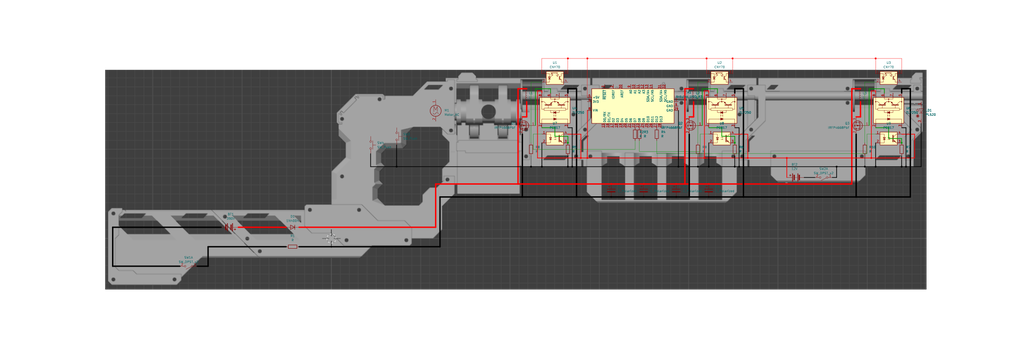
<source format=kicad_sch>
(kicad_sch (version 20231120) (generator "eeschema") (generator_version "8.0")
  (paper "User" 600 200)
  (title_block (date "mar. 31 mars 2015"))
  (lib_symbols
    (symbol "Device:Battery" (pin_numbers hide) (pin_names (offset 0) hide)
      (property "Reference" "BT" (at 2.54 2.54 0))
      (property "Value" "Battery" (at 2.54 0 0))
      (symbol "Battery_0_1"
        (rectangle (start -2.286 -1.27) (end 2.286 -1.524) (fill (type outline)))
        (rectangle (start -2.286 1.778) (end 2.286 1.524) (fill (type outline)))
        (rectangle (start -1.524 -2.032) (end 1.524 -2.54) (fill (type outline)))
        (rectangle (start -1.524 1.016) (end 1.524 0.508) (fill (type outline)))
        (polyline (pts (xy 0 -1.016) (xy 0 -0.762)))
        (polyline (pts (xy 0 -0.508) (xy 0 -0.254)))
        (polyline (pts (xy 0 0) (xy 0 0.254)))
        (polyline (pts (xy 0 1.778) (xy 0 2.54)))
        (polyline (pts (xy 0.762 3.048) (xy 1.778 3.048)) (stroke (width 0.254)))
        (polyline (pts (xy 1.27 3.556) (xy 1.27 2.54)) (stroke (width 0.254)))
      )
      (symbol "Battery_1_1"
        (pin passive line (at 0 5.08 270) (length 2.54) (name "+") (number "1"))
        (pin passive line (at 0 -5.08 90) (length 2.54) (name "-") (number "2"))
      )
    )
    (symbol "Device:C_Polarized" (pin_numbers hide) (pin_names (offset 0.254))
      (property "Reference" "C" (at 0.635 2.54 0))
      (property "Value" "C_Polarized" (at 0.635 -2.54 0))
      (symbol "C_Polarized_0_1"
        (rectangle (start -2.286 0.508) (end 2.286 1.016))
        (polyline (pts (xy -1.778 2.286) (xy -0.762 2.286)))
        (polyline (pts (xy -1.27 2.794) (xy -1.27 1.778)))
        (rectangle (start 2.286 -0.508) (end -2.286 -1.016) (fill (type outline)))
      )
      (symbol "C_Polarized_1_1"
        (pin passive line (at 0 3.81 270) (length 2.794) (name "~") (number "1"))
        (pin passive line (at 0 -3.81 90) (length 2.794) (name "~") (number "2"))
      )
    )
    (symbol "Device:L" (pin_numbers hide) (pin_names (offset 1.016) hide)
      (property "Reference" "L" (at -1.27 0 90))
      (property "Value" "L" (at 1.905 0 90))
      (symbol "L_0_1"
        (arc (start 0 -2.54) (mid 0.6323 -1.905) (end 0 -1.27))
        (arc (start 0 -1.27) (mid 0.6323 -0.635) (end 0 0))
        (arc (start 0 0) (mid 0.6323 0.635) (end 0 1.27))
        (arc (start 0 1.27) (mid 0.6323 1.905) (end 0 2.54))
      )
      (symbol "L_1_1"
        (pin passive line (at 0 3.81 270) (length 1.27) (name "1") (number "1"))
        (pin passive line (at 0 -3.81 90) (length 1.27) (name "2") (number "2"))
      )
    )
    (symbol "Device:R" (pin_numbers hide) (pin_names (offset 0))
      (property "Reference" "R" (at 2.032 0 90))
      (property "Value" "R" (at 0 0 90))
      (symbol "R_0_1"
        (rectangle (start -1.016 -2.54) (end 1.016 2.54) (stroke (width 0.254)))
      )
      (symbol "R_1_1"
        (pin passive line (at 0 3.81 270) (length 1.27) (name "~") (number "1"))
        (pin passive line (at 0 -3.81 90) (length 1.27) (name "~") (number "2"))
      )
    )
    (symbol "Diode:1N4004" (pin_numbers hide) (pin_names hide)
      (property "Reference" "D" (at 0 2.54 0))
      (property "Value" "1N4004" (at 0 -2.54 0))
      (symbol "1N4004_0_1"
        (polyline (pts (xy -1.27 1.27) (xy -1.27 -1.27)) (stroke (width 0.254)))
        (polyline (pts (xy 1.27 0) (xy -1.27 0)))
        (polyline (pts (xy 1.27 1.27) (xy 1.27 -1.27) (xy -1.27 0) (xy 1.27 1.27)) (stroke (width 0.254)))
      )
      (symbol "1N4004_1_1"
        (pin passive line (at -3.81 0 0) (length 2.54) (name "K") (number "1"))
        (pin passive line (at 3.81 0 180) (length 2.54) (name "A") (number "2"))
      )
    )
    (symbol "Diode_Laser:PL520" (pin_names (offset 1.016) hide)
      (property "Reference" "LD" (at -1.27 4.445 0))
      (property "Value" "PL520" (at -1.27 -2.54 0))
      (symbol "PL520_0_1"
        (polyline (pts (xy -4.064 1.27) (xy -2.54 2.794)))
        (polyline (pts (xy -4.064 1.778) (xy -2.54 2.286)))
        (polyline (pts (xy -4.064 2.286) (xy -2.54 1.778)))
        (polyline (pts (xy -4.064 2.794) (xy -2.54 1.27)))
        (polyline (pts (xy -3.556 2.794) (xy -3.048 1.27)))
        (polyline (pts (xy -3.302 2.032) (xy -3.302 1.016)))
        (polyline (pts (xy -3.302 2.032) (xy -3.302 3.048)))
        (polyline (pts (xy -3.048 2.794) (xy -3.556 1.27)))
        (polyline (pts (xy -1.778 2.032) (xy -4.318 2.032)))
        (polyline (pts (xy -1.524 1.27) (xy -1.524 -1.27)) (stroke (width 0.1524)))
        (polyline (pts (xy 2.54 0) (xy -5.08 0)))
        (polyline (pts (xy -0.254 1.524) (xy -0.762 2.54) (xy -0.4717 2.4339) (xy -0.762 2.54) (xy -0.8485 2.2301)))
        (polyline (pts (xy 0.5442 1.9119) (xy 0.0362 2.9279) (xy 0.3265 2.8218) (xy 0.0362 2.9279) (xy -0.0503 2.618)))
      )
      (symbol "PL520_1_1"
        (polyline (pts (xy 1.0782 2.1762) (xy -0.762 1.27) (xy -0.762 1.27)))
        (polyline (pts (xy 1.016 -1.27) (xy 1.016 1.27) (xy -1.524 0) (xy 1.016 -1.27)))
        (pin passive line (at 5.08 0 180) (length 2.54) (name "A") (number "1"))
        (pin no_connect line (at -1.27 0 0) (length 2.54) hide (name "NC") (number "2"))
        (pin passive line (at -7.62 0 0) (length 2.54) (name "C") (number "3"))
      )
    )
    (symbol "Driver_FET:TLP250" (pin_names hide)
      (property "Reference" "U" (at 0 12.7 0))
      (property "Value" "TLP250" (at 0 10.16 0))
      (symbol "TLP250_0_1"
        (rectangle (start -7.62 8.89) (end 7.62 -8.89) (stroke (width 0.254)) (fill (type background)))
        (polyline (pts (xy -5.715 -0.635) (xy -4.445 -0.635)) (stroke (width 0.254)))
        (polyline (pts (xy -0.635 0.635) (xy -1.905 0.635)) (stroke (width 0.254)))
        (polyline (pts (xy 3.048 -3.81) (xy 1.27 -3.81)))
        (polyline (pts (xy 3.048 3.81) (xy 1.27 3.81)))
        (polyline (pts (xy 3.175 -4.445) (xy 5.08 -6.35)))
        (polyline (pts (xy 3.175 4.445) (xy 5.08 6.35)))
        (polyline (pts (xy 5.08 -6.35) (xy 5.08 -7.62)))
        (polyline (pts (xy 5.08 -1.27) (xy 3.175 -3.175)) (fill (type outline)))
        (polyline (pts (xy 5.08 0) (xy 6.604 0)))
        (polyline (pts (xy 5.08 1.27) (xy 3.175 3.175)) (fill (type outline)))
        (polyline (pts (xy 5.08 6.35) (xy 5.08 7.62)))
        (polyline (pts (xy 7.62 7.62) (xy 0.635 7.62)))
        (polyline (pts (xy -1.27 -0.635) (xy -1.27 -2.54) (xy 0 -2.54)))
        (polyline (pts (xy -1.27 0.635) (xy -1.27 2.54) (xy 0 2.54)))
        (polyline (pts (xy 0.635 -6.35) (xy 0.635 -7.62) (xy 7.62 -7.62)))
        (polyline (pts (xy 3.175 -5.715) (xy 3.175 -1.905) (xy 3.175 -1.905)) (stroke (width 0.508)))
        (polyline (pts (xy 3.175 5.715) (xy 3.175 1.905) (xy 3.175 1.905)) (stroke (width 0.508)))
        (polyline (pts (xy -7.62 7.62) (xy -5.08 7.62) (xy -5.08 -7.62) (xy -7.62 -7.62)))
        (polyline (pts (xy -5.08 -0.635) (xy -5.715 0.635) (xy -4.445 0.635) (xy -5.08 -0.635)) (stroke (width 0.254)) (fill (type outline)))
        (polyline (pts (xy -1.27 0.635) (xy -0.635 -0.635) (xy -1.905 -0.635) (xy -1.27 0.635)) (stroke (width 0.254)) (fill (type outline)))
        (polyline (pts (xy 7.62 2.54) (xy 6.604 2.54) (xy 6.604 -2.54) (xy 7.62 -2.54)))
        (polyline (pts (xy -3.81 -0.508) (xy -2.54 -0.508) (xy -2.921 -0.635) (xy -2.921 -0.381) (xy -2.54 -0.508)))
        (polyline (pts (xy -3.81 0.508) (xy -2.54 0.508) (xy -2.921 0.381) (xy -2.921 0.635) (xy -2.54 0.508)))
        (polyline (pts (xy 1.27 6.35) (xy 1.27 -6.35) (xy 0 -6.35) (xy 0 6.35) (xy 1.27 6.35)))
        (polyline (pts (xy 3.683 2.159) (xy 4.191 2.667) (xy 4.699 1.651) (xy 3.683 2.159) (xy 3.683 2.159)) (fill (type outline)))
        (polyline (pts (xy 4.953 -1.905) (xy 4.445 -1.397) (xy 3.937 -2.413) (xy 4.953 -1.905) (xy 4.953 -1.905)) (fill (type outline)))
        (rectangle (start 0.635 6.35) (end 0.635 6.35))
        (rectangle (start 0.635 6.35) (end 0.635 7.62))
        (circle (center 5.08 -7.62) (radius 0.254) (fill (type outline)))
        (circle (center 5.08 0) (radius 0.254) (fill (type outline)))
        (rectangle (start 5.08 1.27) (end 5.08 -1.27))
        (circle (center 5.08 7.62) (radius 0.254) (fill (type outline)))
        (circle (center 6.604 0) (radius 0.254) (fill (type outline)))
      )
      (symbol "TLP250_1_1"
        (pin no_connect line (at -7.62 2.54 0) (length 2.54) hide (name "NC") (number "1"))
        (pin passive line (at -10.16 7.62 0) (length 2.54) (name "A") (number "2"))
        (pin passive line (at -10.16 -7.62 0) (length 2.54) (name "C") (number "3"))
        (pin no_connect line (at -7.62 -2.54 0) (length 2.54) hide (name "NC") (number "4"))
        (pin power_in line (at 10.16 -7.62 180) (length 2.54) (name "VEE") (number "5"))
        (pin output line (at 10.16 2.54 180) (length 2.54) (name "VO") (number "6"))
        (pin output line (at 10.16 -2.54 180) (length 2.54) (name "VO") (number "7"))
        (pin power_in line (at 10.16 7.62 180) (length 2.54) (name "VCC") (number "8"))
      )
    )
    (symbol "Isolator:PC817" (pin_names (offset 1.016))
      (property "Reference" "U" (at -5.08 5.08 0))
      (property "Value" "PC817" (at 0 5.08 0))
      (symbol "PC817_0_1"
        (rectangle (start -5.08 3.81) (end 5.08 -3.81) (stroke (width 0.254)) (fill (type background)))
        (polyline (pts (xy -3.175 -0.635) (xy -1.905 -0.635)) (stroke (width 0.254)))
        (polyline (pts (xy 2.54 0.635) (xy 4.445 2.54)))
        (polyline (pts (xy 4.445 -2.54) (xy 2.54 -0.635)) (fill (type outline)))
        (polyline (pts (xy 4.445 -2.54) (xy 5.08 -2.54)))
        (polyline (pts (xy 4.445 2.54) (xy 5.08 2.54)))
        (polyline (pts (xy -5.08 2.54) (xy -2.54 2.54) (xy -2.54 -0.635)))
        (polyline (pts (xy -2.54 -0.635) (xy -2.54 -2.54) (xy -5.08 -2.54)))
        (polyline (pts (xy 2.54 1.905) (xy 2.54 -1.905) (xy 2.54 -1.905)) (stroke (width 0.508)))
        (polyline (pts (xy -2.54 -0.635) (xy -3.175 0.635) (xy -1.905 0.635) (xy -2.54 -0.635)) (stroke (width 0.254)))
        (polyline (pts (xy -0.508 -0.508) (xy 0.762 -0.508) (xy 0.381 -0.635) (xy 0.381 -0.381) (xy 0.762 -0.508)))
        (polyline (pts (xy -0.508 0.508) (xy 0.762 0.508) (xy 0.381 0.381) (xy 0.381 0.635) (xy 0.762 0.508)))
        (polyline (pts (xy 3.048 -1.651) (xy 3.556 -1.143) (xy 4.064 -2.159) (xy 3.048 -1.651) (xy 3.048 -1.651)) (fill (type outline)))
      )
      (symbol "PC817_1_1"
        (pin passive line (at -7.62 2.54 0) (length 2.54) (name "~") (number "1"))
        (pin passive line (at -7.62 -2.54 0) (length 2.54) (name "~") (number "2"))
        (pin passive line (at 7.62 -2.54 180) (length 2.54) (name "~") (number "3"))
        (pin passive line (at 7.62 2.54 180) (length 2.54) (name "~") (number "4"))
      )
    )
    (symbol "MCU_Module:Arduino_UNO_R3"
      (property "Reference" "A" (at -10.16 23.495 0))
      (property "Value" "Arduino_UNO_R3" (at 5.08 -26.67 0))
      (symbol "Arduino_UNO_R3_0_1"
        (rectangle (start -10.16 22.86) (end 10.16 -25.4) (stroke (width 0.254)) (fill (type background)))
      )
      (symbol "Arduino_UNO_R3_1_1"
        (pin no_connect line (at -10.16 -20.32 0) (length 2.54) hide (name "NC") (number "1"))
        (pin bidirectional line (at 12.7 -2.54 180) (length 2.54) (name "A1") (number "10"))
        (pin bidirectional line (at 12.7 -5.08 180) (length 2.54) (name "A2") (number "11"))
        (pin bidirectional line (at 12.7 -7.62 180) (length 2.54) (name "A3") (number "12"))
        (pin bidirectional line (at 12.7 -10.16 180) (length 2.54) (name "SDA/A4") (number "13"))
        (pin bidirectional line (at 12.7 -12.7 180) (length 2.54) (name "SCL/A5") (number "14"))
        (pin bidirectional line (at -12.7 15.24 0) (length 2.54) (name "D0/RX") (number "15"))
        (pin bidirectional line (at -12.7 12.7 0) (length 2.54) (name "D1/TX") (number "16"))
        (pin bidirectional line (at -12.7 10.16 0) (length 2.54) (name "D2") (number "17"))
        (pin bidirectional line (at -12.7 7.62 0) (length 2.54) (name "D3") (number "18"))
        (pin bidirectional line (at -12.7 5.08 0) (length 2.54) (name "D4") (number "19"))
        (pin output line (at 12.7 10.16 180) (length 2.54) (name "IOREF") (number "2"))
        (pin bidirectional line (at -12.7 2.54 0) (length 2.54) (name "D5") (number "20"))
        (pin bidirectional line (at -12.7 0 0) (length 2.54) (name "D6") (number "21"))
        (pin bidirectional line (at -12.7 -2.54 0) (length 2.54) (name "D7") (number "22"))
        (pin bidirectional line (at -12.7 -5.08 0) (length 2.54) (name "D8") (number "23"))
        (pin bidirectional line (at -12.7 -7.62 0) (length 2.54) (name "D9") (number "24"))
        (pin bidirectional line (at -12.7 -10.16 0) (length 2.54) (name "D10") (number "25"))
        (pin bidirectional line (at -12.7 -12.7 0) (length 2.54) (name "D11") (number "26"))
        (pin bidirectional line (at -12.7 -15.24 0) (length 2.54) (name "D12") (number "27"))
        (pin bidirectional line (at -12.7 -17.78 0) (length 2.54) (name "D13") (number "28"))
        (pin power_in line (at -2.54 -27.94 90) (length 2.54) (name "GND") (number "29"))
        (pin input line (at 12.7 15.24 180) (length 2.54) (name "~{RESET}") (number "3"))
        (pin input line (at 12.7 5.08 180) (length 2.54) (name "AREF") (number "30"))
        (pin bidirectional line (at 12.7 -17.78 180) (length 2.54) (name "SDA/A4") (number "31"))
        (pin bidirectional line (at 12.7 -20.32 180) (length 2.54) (name "SCL/A5") (number "32"))
        (pin power_out line (at 2.54 25.4 270) (length 2.54) (name "3V3") (number "4"))
        (pin power_out line (at 5.08 25.4 270) (length 2.54) (name "+5V") (number "5"))
        (pin power_in line (at 0 -27.94 90) (length 2.54) (name "GND") (number "6"))
        (pin power_in line (at 2.54 -27.94 90) (length 2.54) (name "GND") (number "7"))
        (pin power_in line (at -2.54 25.4 270) (length 2.54) (name "VIN") (number "8"))
        (pin bidirectional line (at 12.7 0 180) (length 2.54) (name "A0") (number "9"))
      )
    )
    (symbol "Motor:Motor_AC" (pin_names (offset 0))
      (property "Reference" "M" (at 2.54 2.54 0))
      (property "Value" "Motor_AC" (at 2.54 -5.08 0))
      (symbol "Motor_AC_0_0"
        (arc (start -1.524 -2.794) (mid -0.8654 -3.5217) (end 0 -3.048))
        (polyline (pts (xy -1.016 -2.032) (xy -1.016 1.016) (xy 0 -1.016) (xy 1.016 1.016) (xy 1.016 -2.032)))
        (arc (start 1.524 -3.302) (mid 0.85 -2.5503) (end 0 -3.048))
      )
      (symbol "Motor_AC_0_1"
        (circle (center 0 -1.524) (radius 3.2512) (stroke (width 0.254)))
        (polyline (pts (xy 0 -7.62) (xy 0 -7.112)))
        (polyline (pts (xy 0 -4.7752) (xy 0 -5.1816)))
        (polyline (pts (xy 0 1.7272) (xy 0 2.0828)))
        (polyline (pts (xy 0 2.032) (xy 0 2.54)))
      )
      (symbol "Motor_AC_1_1"
        (pin passive line (at 0 5.08 270) (length 2.54) (name "~") (number "1"))
        (pin passive line (at 0 -7.62 90) (length 2.54) (name "~") (number "2"))
      )
    )
    (symbol "Sensor_Proximity:CNY70" (pin_names (offset 1.016) hide)
      (property "Reference" "U" (at -5.08 5.08 0))
      (property "Value" "CNY70" (at 5.08 5.08 0))
      (symbol "CNY70_0_1"
        (polyline (pts (xy -3.81 -0.635) (xy -2.54 -0.635)) (stroke (width 0.254)))
        (polyline (pts (xy -2.286 2.921) (xy -2.032 3.175)))
        (polyline (pts (xy -1.778 2.921) (xy -1.524 3.175)))
        (polyline (pts (xy -1.524 2.667) (xy -1.651 2.159)))
        (polyline (pts (xy -1.27 2.921) (xy -1.016 3.175)))
        (polyline (pts (xy -1.143 1.905) (xy -1.27 1.397)))
        (polyline (pts (xy -0.762 2.921) (xy -0.508 3.175)))
        (polyline (pts (xy -0.254 2.921) (xy 0 3.175)))
        (polyline (pts (xy 0.254 2.921) (xy 0.508 3.175)))
        (polyline (pts (xy 0.762 2.921) (xy 1.016 3.175)))
        (polyline (pts (xy 1.27 2.921) (xy 1.524 3.175)))
        (polyline (pts (xy 1.651 0.889) (xy 1.143 1.016)))
        (polyline (pts (xy 1.778 2.921) (xy -2.413 2.921)))
        (polyline (pts (xy 2.032 1.651) (xy 1.524 1.778)))
        (polyline (pts (xy 2.667 -0.127) (xy 3.81 -1.27)))
        (polyline (pts (xy 2.667 0.127) (xy 3.81 1.27)))
        (polyline (pts (xy -2.54 1.651) (xy -1.524 2.667) (xy -2.032 2.54)))
        (polyline (pts (xy -2.159 0.889) (xy -1.143 1.905) (xy -1.651 1.778)))
        (polyline (pts (xy 0.635 1.905) (xy 1.651 0.889) (xy 1.524 1.397)))
        (polyline (pts (xy 1.016 2.667) (xy 2.032 1.651) (xy 1.905 2.159)))
        (polyline (pts (xy 2.667 1.016) (xy 2.667 -1.016) (xy 2.667 -1.016)) (stroke (width 0.3556)))
        (polyline (pts (xy 3.81 -1.27) (xy 3.81 -2.54) (xy 5.08 -2.54)))
        (polyline (pts (xy 3.81 1.27) (xy 3.81 2.54) (xy 5.08 2.54)))
        (polyline (pts (xy -5.08 -2.54) (xy -3.175 -2.54) (xy -3.175 2.54) (xy -5.08 2.54)))
        (polyline (pts (xy -3.175 -0.635) (xy -3.81 0.635) (xy -2.54 0.635) (xy -3.175 -0.635)) (stroke (width 0.254)))
        (polyline (pts (xy 3.683 -1.143) (xy 3.429 -0.635) (xy 3.175 -0.889) (xy 3.683 -1.143)))
        (polyline (pts (xy -5.08 -3.81) (xy 5.08 -3.81) (xy 5.08 3.81) (xy -5.08 3.81) (xy -5.08 -3.81)) (stroke (width 0.254)) (fill (type background)))
      )
      (symbol "CNY70_1_1"
        (pin passive line (at -7.62 2.54 0) (length 2.54) (name "A") (number "1"))
        (pin passive line (at -7.62 -2.54 0) (length 2.54) (name "K") (number "2"))
        (pin open_collector line (at 7.62 2.54 180) (length 2.54) (name "C") (number "3"))
        (pin open_emitter line (at 7.62 -2.54 180) (length 2.54) (name "E") (number "4"))
      )
    )
    (symbol "Switch:SW_DPST_x2" (pin_names (offset 0) hide)
      (property "Reference" "SW" (at 0 3.175 0))
      (property "Value" "SW_DPST_x2" (at 0 -2.54 0))
      (symbol "SW_DPST_x2_0_0"
        (circle (center -2.032 0) (radius 0.508))
        (polyline (pts (xy -1.524 0.254) (xy 1.524 1.778)))
        (circle (center 2.032 0) (radius 0.508))
      )
      (symbol "SW_DPST_x2_1_1"
        (pin passive line (at -5.08 0 0) (length 2.54) (name "A") (number "1"))
        (pin passive line (at 5.08 0 180) (length 2.54) (name "B") (number "2"))
      )
      (symbol "SW_DPST_x2_2_1"
        (pin passive line (at -5.08 0 0) (length 2.54) (name "A") (number "3"))
        (pin passive line (at 5.08 0 180) (length 2.54) (name "B") (number "4"))
      )
    )
    (symbol "Switch:SW_Push" (pin_numbers hide) (pin_names (offset 1.016) hide)
      (property "Reference" "SW" (at 1.27 2.54 0))
      (property "Value" "SW_Push" (at 0 -1.524 0))
      (symbol "SW_Push_0_1"
        (circle (center -2.032 0) (radius 0.508))
        (polyline (pts (xy 0 1.27) (xy 0 3.048)))
        (polyline (pts (xy 2.54 1.27) (xy -2.54 1.27)))
        (circle (center 2.032 0) (radius 0.508))
        (pin passive line (at -5.08 0 0) (length 2.54) (name "1") (number "1"))
        (pin passive line (at 5.08 0 180) (length 2.54) (name "2") (number "2"))
      )
    )
    (symbol "Transistor_FET:IRFP4668PbF" (pin_names hide)
      (property "Reference" "Q" (at 5.08 1.905 0))
      (property "Value" "IRFP4668PbF" (at 5.08 0 0))
      (symbol "IRFP4668PbF_0_1"
        (polyline (pts (xy 0.254 0) (xy -2.54 0)))
        (polyline (pts (xy 0.254 1.905) (xy 0.254 -1.905)) (stroke (width 0.254)))
        (polyline (pts (xy 0.762 -1.27) (xy 0.762 -2.286)) (stroke (width 0.254)))
        (polyline (pts (xy 0.762 0.508) (xy 0.762 -0.508)) (stroke (width 0.254)))
        (polyline (pts (xy 0.762 2.286) (xy 0.762 1.27)) (stroke (width 0.254)))
        (polyline (pts (xy 2.54 2.54) (xy 2.54 1.778)))
        (polyline (pts (xy 2.54 -2.54) (xy 2.54 0) (xy 0.762 0)))
        (polyline (pts (xy 0.762 -1.778) (xy 3.302 -1.778) (xy 3.302 1.778) (xy 0.762 1.778)))
        (polyline (pts (xy 1.016 0) (xy 2.032 0.381) (xy 2.032 -0.381) (xy 1.016 0)) (fill (type outline)))
        (polyline (pts (xy 2.794 0.508) (xy 2.921 0.381) (xy 3.683 0.381) (xy 3.81 0.254)))
        (polyline (pts (xy 3.302 0.381) (xy 2.921 -0.254) (xy 3.683 -0.254) (xy 3.302 0.381)))
        (circle (center 1.651 0) (radius 2.794) (stroke (width 0.254)))
        (circle (center 2.54 -1.778) (radius 0.254) (fill (type outline)))
        (circle (center 2.54 1.778) (radius 0.254) (fill (type outline)))
      )
      (symbol "IRFP4668PbF_1_1"
        (pin input line (at -5.08 0 0) (length 2.54) (name "G") (number "1"))
        (pin passive line (at 2.54 5.08 270) (length 2.54) (name "D") (number "2"))
        (pin passive line (at 2.54 -5.08 90) (length 2.54) (name "S") (number "3"))
      )
    )
  )
  (junction (at 510.54 92.71) (color 255 0 0 1))
  (junction (at 397.51 97.79) (color 0 0 0 1))
  (junction (at 344.17 34.29) (color 255 0 0 1))
  (junction (at 528.32 97.79) (color 0 0 0 1))
  (junction (at 433.07 97.79) (color 0 0 0 1))
  (junction (at 528.32 83.82))
  (junction (at 415.29 107.95) (color 255 0 0 1))
  (junction (at 513.08 97.79) (color 0 0 0 1))
  (junction (at 340.36 92.71) (color 255 0 0 1))
  (junction (at 306.07 115.57) (color 0 0 0 1))
  (junction (at 415.29 97.79) (color 0 0 0 1))
  (junction (at 490.22 97.79) (color 0 0 0 1))
  (junction (at 438.15 92.71) (color 255 0 0 1))
  (junction (at 501.65 115.57) (color 0 0 0 1))
  (junction (at 430.53 83.82))
  (junction (at 337.82 115.57) (color 0 0 0 1))
  (junction (at 232.41 97.79) (color 0 0 0 1))
  (junction (at 408.94 97.79) (color 0 0 0 1))
  (junction (at 461.01 92.71) (color 255 0 0 1))
  (junction (at 403.86 115.57) (color 0 0 0 1))
  (junction (at 513.08 34.29) (color 255 0 0 1))
  (junction (at 317.5 97.79) (color 0 0 0 1))
  (junction (at 429.26 34.29) (color 255 0 0 1))
  (junction (at 435.61 115.57) (color 0 0 0 1))
  (junction (at 414.02 34.29) (color 255 0 0 1))
  (junction (at 430.53 97.79) (color 0 0 0 1))
  (junction (at 332.74 83.82))
  (junction (at 530.86 97.79) (color 0 0 0 1))
  (junction (at 332.74 97.79) (color 0 0 0 1))
  (junction (at 396.24 115.57) (color 0 0 0 1))
  (junction (at 401.32 107.95) (color 255 0 0 1))
  (junction (at 344.17 92.71) (color 255 0 0 1))
  (junction (at 303.53 107.95) (color 255 0 0 1))
  (junction (at 332.74 34.29) (color 255 0 0 1))
  (junction (at 396.24 107.95) (color 255 0 0 1))
  (junction (at 377.19 107.95) (color 255 0 0 1))
  (junction (at 335.28 97.79) (color 0 0 0 1))
  (junction (at 377.19 115.57) (color 0 0 0 1))
  (junction (at 358.14 115.57) (color 0 0 0 1))
  (junction (at 415.29 115.57) (color 0 0 0 1))
  (junction (at 358.14 107.95) (color 255 0 0 1))
  (junction (at 412.75 92.71) (color 255 0 0 1))
  (junction (at 506.73 97.79) (color 0 0 0 1))
  (junction (at 311.15 97.79) (color 0 0 0 1))
  (wire (pts (xy 528.32 74.93) (xy 530.86 74.93)) (stroke (width 0.4) (color 0 0 0 1)))
  (wire (pts (xy 255.27 133.35) (xy 255.27 107.95)) (stroke (width 0.8) (color 255 0 0 1)))
  (wire (pts (xy 506.73 48.26) (xy 513.08 48.26)))
  (wire (pts (xy 422.91 74.93) (xy 415.29 74.93)) (stroke (width 0.4)))
  (wire (pts (xy 317.5 54.61) (xy 317.5 53.34)) (stroke (width 0.4) (color 255 0 0 1)))
  (wire (pts (xy 374.65 88.9) (xy 410.21 88.9)))
  (wire (pts (xy 410.21 78.74) (xy 410.21 88.9)))
  (wire (pts (xy 415.29 107.95) (xy 499.11 107.95)) (stroke (width 0.8) (color 255 0 0 1)))
  (wire (pts (xy 412.75 92.71) (xy 438.15 92.71)) (stroke (width 0.4) (color 255 0 0 1)))
  (wire (pts (xy 332.74 91.44) (xy 332.74 97.79)) (stroke (width 0.4) (color 0 0 0 1)))
  (wire (pts (xy 217.17 97.79) (xy 217.17 90.17)) (stroke (width 0.4) (color 0 0 0 1)))
  (wire (pts (xy 504.19 52.07) (xy 499.11 52.07)) (stroke (width 0.8) (color 255 0 0 1)))
  (wire (pts (xy 306.07 115.57) (xy 337.82 115.57)) (stroke (width 0.8) (color 0 0 0 1)))
  (wire (pts (xy 403.86 115.57) (xy 415.29 115.57)) (stroke (width 0.8) (color 0 0 0 1)))
  (wire (pts (xy 397.51 64.77) (xy 397.51 97.79)) (stroke (width 0.4) (color 0 0 0 1)))
  (wire (pts (xy 308.61 59.69) (xy 308.61 68.58)) (stroke (width 0.8) (color 255 0 0 1)))
  (wire (pts (xy 408.94 48.26) (xy 414.02 48.26)))
  (wire (pts (xy 358.14 115.57) (xy 377.19 115.57)) (stroke (width 0.8) (color 0 0 0 1)))
  (wire (pts (xy 420.37 54.61) (xy 420.37 52.07)) (stroke (width 0.4)))
  (wire (pts (xy 332.74 34.29) (xy 317.5 34.29)) (stroke (width 0) (color 255 0 0 1)))
  (wire (pts (xy 317.5 97.79) (xy 311.15 97.79)) (stroke (width 0.4) (color 0 0 0 1)))
  (wire (pts (xy 518.16 52.07) (xy 509.27 52.07)) (stroke (width 0.4)))
  (wire (pts (xy 384.81 82.55) (xy 384.81 90.17)))
  (wire (pts (xy 344.17 34.29) (xy 332.74 34.29)) (stroke (width 0) (color 255 0 0 1)))
  (wire (pts (xy 490.22 97.79) (xy 506.73 97.79)) (stroke (width 0.4) (color 0 0 0 1)))
  (wire (pts (xy 317.5 97.79) (xy 317.5 83.82)) (stroke (width 0.4) (color 0 0 0 1)))
  (wire (pts (xy 501.65 68.58) (xy 504.19 68.58)) (stroke (width 0.8) (color 255 0 0 1)))
  (wire (pts (xy 415.29 83.82) (xy 415.29 97.79)) (stroke (width 0.4) (color 0 0 0 1)))
  (wire (pts (xy 533.4 52.07) (xy 533.4 115.57)) (stroke (width 0.8) (color 0 0 0 1)))
  (wire (pts (xy 397.51 97.79) (xy 408.94 97.79)) (stroke (width 0.4) (color 0 0 0 1)))
  (wire (pts (xy 257.81 144.78) (xy 257.81 115.57)) (stroke (width 0.8) (color 0 0 0 1)))
  (wire (pts (xy 340.36 92.71) (xy 344.17 92.71)) (stroke (width 0.4) (color 255 0 0 1)))
  (wire (pts (xy 314.96 92.71) (xy 340.36 92.71)) (stroke (width 0.4) (color 255 0 0 1)))
  (wire (pts (xy 506.73 97.79) (xy 513.08 97.79)) (stroke (width 0.4) (color 0 0 0 1)))
  (wire (pts (xy 535.94 92.71) (xy 535.94 78.74)) (stroke (width 0.4) (color 255 0 0 1)))
  (wire (pts (xy 401.32 107.95) (xy 415.29 107.95)) (stroke (width 0.8) (color 255 0 0 1)))
  (wire (pts (xy 415.29 115.57) (xy 435.61 115.57)) (stroke (width 0.8) (color 0 0 0 1)))
  (wire (pts (xy 377.19 115.57) (xy 396.24 115.57)) (stroke (width 0.8) (color 0 0 0 1)))
  (wire (pts (xy 374.65 82.55) (xy 374.65 88.9)))
  (wire (pts (xy 504.19 68.58) (xy 504.19 59.69)) (stroke (width 0.8) (color 255 0 0 1)))
  (wire (pts (xy 415.29 97.79) (xy 430.53 97.79)) (stroke (width 0.4) (color 0 0 0 1)))
  (wire (pts (xy 335.28 97.79) (xy 397.51 97.79)) (stroke (width 0.4) (color 0 0 0 1)))
  (wire (pts (xy 415.29 53.34) (xy 412.75 53.34)) (stroke (width 0.4) (color 255 0 0 1)))
  (wire (pts (xy 66.04 133.35) (xy 66.04 156.21)) (stroke (width 0.8) (color 0 0 0 1)))
  (wire (pts (xy 539.75 72.39) (xy 539.75 97.79)) (stroke (width 0.4) (color 0 0 0 1)))
  (wire (pts (xy 513.08 83.82) (xy 513.08 97.79)) (stroke (width 0.4) (color 0 0 0 1)))
  (wire (pts (xy 412.75 53.34) (xy 412.75 92.71)) (stroke (width 0.4) (color 255 0 0 1)))
  (wire (pts (xy 325.12 80.01) (xy 325.12 74.93)) (stroke (width 0.4)))
  (wire (pts (xy 408.94 83.82) (xy 408.94 48.26)))
  (wire (pts (xy 433.07 74.93) (xy 433.07 97.79)) (stroke (width 0.4) (color 0 0 0 1)))
  (wire (pts (xy 408.94 97.79) (xy 415.29 97.79)) (stroke (width 0.4) (color 0 0 0 1)))
  (wire (pts (xy 66.04 156.21) (xy 105.41 156.21)) (stroke (width 0.8) (color 0 0 0 1)))
  (wire (pts (xy 430.53 78.74) (xy 438.15 78.74)) (stroke (width 0.4) (color 255 0 0 1)))
  (wire (pts (xy 513.08 74.93) (xy 520.7 74.93)) (stroke (width 0.4)))
  (wire (pts (xy 430.53 52.07) (xy 435.61 52.07)) (stroke (width 0.8) (color 0 0 0 1)))
  (wire (pts (xy 372.11 87.63) (xy 372.11 82.55)))
  (wire (pts (xy 311.15 48.26) (xy 317.5 48.26)))
  (wire (pts (xy 414.02 34.29) (xy 429.26 34.29)) (stroke (width 0) (color 255 0 0 1)))
  (wire (pts (xy 513.08 97.79) (xy 528.32 97.79)) (stroke (width 0.4) (color 0 0 0 1)))
  (wire (pts (xy 501.65 78.74) (xy 501.65 115.57)) (stroke (width 0.8) (color 0 0 0 1)))
  (wire (pts (xy 508 78.74) (xy 513.08 78.74)))
  (wire (pts (xy 508 90.17) (xy 508 78.74)))
  (wire (pts (xy 530.86 97.79) (xy 539.75 97.79)) (stroke (width 0.4) (color 0 0 0 1)))
  (wire (pts (xy 499.11 52.07) (xy 499.11 107.95)) (stroke (width 0.8) (color 255 0 0 1)))
  (wire (pts (xy 490.22 97.79) (xy 490.22 104.14)) (stroke (width 0.4) (color 0 0 0 1)))
  (wire (pts (xy 325.12 74.93) (xy 317.5 74.93)) (stroke (width 0.4)))
  (wire (pts (xy 430.53 54.61) (xy 430.53 52.07)) (stroke (width 0.8) (color 0 0 0 1)))
  (wire (pts (xy 430.53 74.93) (xy 433.07 74.93)) (stroke (width 0.4) (color 0 0 0 1)))
  (wire (pts (xy 303.53 107.95) (xy 358.14 107.95)) (stroke (width 0.8) (color 255 0 0 1)))
  (wire (pts (xy 430.53 80.01) (xy 430.53 83.82)) (stroke (width 0.4)))
  (wire (pts (xy 377.19 107.95) (xy 396.24 107.95)) (stroke (width 0.8) (color 255 0 0 1)))
  (wire (pts (xy 406.4 68.58) (xy 403.86 68.58)) (stroke (width 0.8) (color 255 0 0 1)))
  (wire (pts (xy 513.08 54.61) (xy 513.08 53.34)) (stroke (width 0.4) (color 255 0 0 1)))
  (wire (pts (xy 518.16 54.61) (xy 518.16 52.07)) (stroke (width 0.4)))
  (wire (pts (xy 121.92 156.21) (xy 121.92 144.78)) (stroke (width 0.8) (color 0 0 0 1)))
  (wire (pts (xy 435.61 52.07) (xy 435.61 115.57)) (stroke (width 0.8) (color 0 0 0 1)))
  (wire (pts (xy 384.81 90.17) (xy 508 90.17)))
  (wire (pts (xy 257.81 115.57) (xy 306.07 115.57)) (stroke (width 0.8) (color 0 0 0 1)))
  (wire (pts (xy 461.01 92.71) (xy 510.54 92.71)) (stroke (width 0.4) (color 255 0 0 1)))
  (wire (pts (xy 332.74 83.82) (xy 332.74 80.01)) (stroke (width 0.4)))
  (wire (pts (xy 429.26 34.29) (xy 429.26 43.18)) (stroke (width 0) (color 255 0 0 1)))
  (wire (pts (xy 411.48 52.07) (xy 411.48 73.66)) (stroke (width 0.4)))
  (wire (pts (xy 332.74 80.01) (xy 325.12 80.01)) (stroke (width 0.4)))
  (wire (pts (xy 255.27 107.95) (xy 303.53 107.95)) (stroke (width 0.8) (color 255 0 0 1)))
  (wire (pts (xy 129.54 133.35) (xy 66.04 133.35)) (stroke (width 0.8) (color 0 0 0 1)))
  (wire (pts (xy 322.58 54.61) (xy 322.58 52.07)) (stroke (width 0.4)))
  (wire (pts (xy 461.01 92.71) (xy 461.01 104.14)) (stroke (width 0.4) (color 255 0 0 1)))
  (wire (pts (xy 510.54 92.71) (xy 535.94 92.71)) (stroke (width 0.4) (color 255 0 0 1)))
  (wire (pts (xy 420.37 52.07) (xy 411.48 52.07)) (stroke (width 0.4)))
  (wire (pts (xy 528.32 43.18) (xy 528.32 34.29)) (stroke (width 0) (color 255 0 0 1)))
  (wire (pts (xy 311.15 91.44) (xy 311.15 97.79)) (stroke (width 0) (color 0 0 0 1)))
  (wire (pts (xy 317.5 53.34) (xy 314.96 53.34)) (stroke (width 0.4) (color 255 0 0 1)))
  (wire (pts (xy 332.74 78.74) (xy 340.36 78.74)) (stroke (width 0.4) (color 255 0 0 1)))
  (wire (pts (xy 344.17 34.29) (xy 414.02 34.29)) (stroke (width 0) (color 255 0 0 1)))
  (wire (pts (xy 490.22 104.14) (xy 487.68 104.14)) (stroke (width 0.4) (color 0 0 0 1)))
  (wire (pts (xy 312.42 78.74) (xy 312.42 87.63)))
  (wire (pts (xy 317.5 97.79) (xy 332.74 97.79)) (stroke (width 0.4) (color 0 0 0 1)))
  (wire (pts (xy 308.61 52.07) (xy 303.53 52.07)) (stroke (width 0.8) (color 255 0 0 1)))
  (wire (pts (xy 232.41 97.79) (xy 217.17 97.79)) (stroke (width 0.4) (color 0 0 0 1)))
  (wire (pts (xy 337.82 115.57) (xy 358.14 115.57)) (stroke (width 0.8) (color 0 0 0 1)))
  (wire (pts (xy 332.74 74.93) (xy 335.28 74.93)) (stroke (width 0.4) (color 0 0 0 1)))
  (wire (pts (xy 303.53 52.07) (xy 303.53 107.95)) (stroke (width 0.8) (color 255 0 0 1)))
  (wire (pts (xy 513.08 53.34) (xy 510.54 53.34)) (stroke (width 0.4) (color 255 0 0 1)))
  (wire (pts (xy 406.4 52.07) (xy 401.32 52.07)) (stroke (width 0.8) (color 255 0 0 1)))
  (wire (pts (xy 435.61 115.57) (xy 501.65 115.57)) (stroke (width 0.8) (color 0 0 0 1)))
  (wire (pts (xy 335.28 74.93) (xy 335.28 97.79)) (stroke (width 0.4) (color 0 0 0 1)))
  (wire (pts (xy 312.42 78.74) (xy 317.5 78.74)))
  (wire (pts (xy 433.07 97.79) (xy 490.22 97.79)) (stroke (width 0.4) (color 0 0 0 1)))
  (wire (pts (xy 528.32 52.07) (xy 533.4 52.07)) (stroke (width 0.8) (color 0 0 0 1)))
  (wire (pts (xy 506.73 91.44) (xy 506.73 97.79)) (stroke (width 0) (color 0 0 0 1)))
  (wire (pts (xy 115.57 156.21) (xy 121.92 156.21)) (stroke (width 0.8) (color 0 0 0 1)))
  (wire (pts (xy 430.53 97.79) (xy 433.07 97.79)) (stroke (width 0.4) (color 0 0 0 1)))
  (wire (pts (xy 438.15 78.74) (xy 438.15 92.71)) (stroke (width 0.4) (color 255 0 0 1)))
  (wire (pts (xy 312.42 87.63) (xy 372.11 87.63)))
  (wire (pts (xy 317.5 34.29) (xy 317.5 43.18)) (stroke (width 0) (color 255 0 0 1)))
  (wire (pts (xy 175.26 144.78) (xy 257.81 144.78)) (stroke (width 0.8) (color 0 0 0 1)))
  (wire (pts (xy 513.08 34.29) (xy 513.08 43.18)) (stroke (width 0) (color 255 0 0 1)))
  (wire (pts (xy 528.32 81.28) (xy 528.32 83.82)) (stroke (width 0.4)))
  (wire (pts (xy 313.69 52.07) (xy 313.69 73.66)) (stroke (width 0.4)))
  (wire (pts (xy 408.94 91.44) (xy 408.94 97.79)) (stroke (width 0) (color 0 0 0 1)))
  (wire (pts (xy 175.26 133.35) (xy 255.27 133.35)) (stroke (width 0.8) (color 255 0 0 1)))
  (wire (pts (xy 396.24 115.57) (xy 403.86 115.57)) (stroke (width 0.8) (color 0 0 0 1)))
  (wire (pts (xy 406.4 59.69) (xy 406.4 68.58)) (stroke (width 0.8) (color 255 0 0 1)))
  (wire (pts (xy 311.15 97.79) (xy 232.41 97.79)) (stroke (width 0.4) (color 0 0 0 1)))
  (wire (pts (xy 322.58 52.07) (xy 313.69 52.07)) (stroke (width 0.4)))
  (wire (pts (xy 528.32 34.29) (xy 513.08 34.29)) (stroke (width 0) (color 255 0 0 1)))
  (wire (pts (xy 403.86 78.74) (xy 403.86 115.57)) (stroke (width 0.8) (color 0 0 0 1)))
  (wire (pts (xy 422.91 80.01) (xy 430.53 80.01)) (stroke (width 0.4)))
  (wire (pts (xy 438.15 92.71) (xy 461.01 92.71)) (stroke (width 0.4) (color 255 0 0 1)))
  (wire (pts (xy 139.7 133.35) (xy 167.64 133.35)) (stroke (width 0.8) (color 255 0 0 1)))
  (wire (pts (xy 528.32 78.74) (xy 535.94 78.74)) (stroke (width 0.4) (color 255 0 0 1)))
  (wire (pts (xy 332.74 97.79) (xy 335.28 97.79)) (stroke (width 0.4) (color 0 0 0 1)))
  (wire (pts (xy 415.29 54.61) (xy 415.29 53.34)) (stroke (width 0.4) (color 255 0 0 1)))
  (wire (pts (xy 308.61 68.58) (xy 306.07 68.58)) (stroke (width 0.8) (color 255 0 0 1)))
  (wire (pts (xy 121.92 144.78) (xy 167.64 144.78)) (stroke (width 0.8) (color 0 0 0 1)))
  (wire (pts (xy 533.4 115.57) (xy 501.65 115.57)) (stroke (width 0.8) (color 0 0 0 1)))
  (wire (pts (xy 314.96 53.34) (xy 314.96 92.71)) (stroke (width 0.4) (color 255 0 0 1)))
  (wire (pts (xy 344.17 64.77) (xy 344.17 92.71)) (stroke (width 0.4) (color 255 0 0 1)))
  (wire (pts (xy 332.74 34.29) (xy 332.74 43.18)) (stroke (width 0) (color 255 0 0 1)))
  (wire (pts (xy 430.53 91.44) (xy 430.53 97.79)) (stroke (width 0.4) (color 0 0 0 1)))
  (wire (pts (xy 530.86 74.93) (xy 530.86 97.79)) (stroke (width 0.4) (color 0 0 0 1)))
  (wire (pts (xy 344.17 57.15) (xy 344.17 34.29)) (stroke (width 0) (color 255 0 0 1)))
  (wire (pts (xy 401.32 52.07) (xy 401.32 107.95)) (stroke (width 0.8) (color 255 0 0 1)))
  (wire (pts (xy 332.74 54.61) (xy 332.74 52.07)) (stroke (width 0.8) (color 0 0 0 1)))
  (wire (pts (xy 414.02 34.29) (xy 414.02 43.18)) (stroke (width 0) (color 255 0 0 1)))
  (wire (pts (xy 311.15 83.82) (xy 311.15 48.26)))
  (wire (pts (xy 415.29 78.74) (xy 410.21 78.74)))
  (wire (pts (xy 422.91 80.01) (xy 422.91 74.93)) (stroke (width 0.4)))
  (wire (pts (xy 506.73 83.82) (xy 506.73 48.26)))
  (wire (pts (xy 471.17 104.14) (xy 477.52 104.14)) (stroke (width 0.4) (color 0 0 0 1)))
  (wire (pts (xy 520.7 81.28) (xy 528.32 81.28)) (stroke (width 0.4)))
  (wire (pts (xy 509.27 52.07) (xy 509.27 73.66)) (stroke (width 0.4)))
  (wire (pts (xy 337.82 52.07) (xy 337.82 115.57)) (stroke (width 0.8) (color 0 0 0 1)))
  (wire (pts (xy 340.36 78.74) (xy 340.36 92.71)) (stroke (width 0.4) (color 255 0 0 1)))
  (wire (pts (xy 429.26 34.29) (xy 513.08 34.29)) (stroke (width 0) (color 255 0 0 1)))
  (wire (pts (xy 528.32 54.61) (xy 528.32 52.07)) (stroke (width 0.8) (color 0 0 0 1)))
  (wire (pts (xy 232.41 85.09) (xy 232.41 97.79)) (stroke (width 0.4) (color 0 0 0 1)))
  (wire (pts (xy 358.14 107.95) (xy 377.19 107.95)) (stroke (width 0.8) (color 255 0 0 1)))
  (wire (pts (xy 306.07 78.74) (xy 306.07 115.57)) (stroke (width 0.8) (color 0 0 0 1)))
  (wire (pts (xy 344.17 92.71) (xy 412.75 92.71)) (stroke (width 0.4) (color 255 0 0 1)))
  (wire (pts (xy 332.74 52.07) (xy 337.82 52.07)) (stroke (width 0.8) (color 0 0 0 1)))
  (wire (pts (xy 396.24 107.95) (xy 401.32 107.95)) (stroke (width 0.8) (color 255 0 0 1)))
  (wire (pts (xy 510.54 53.34) (xy 510.54 92.71)) (stroke (width 0.4) (color 255 0 0 1)))
  (wire (pts (xy 528.32 91.44) (xy 528.32 97.79)) (stroke (width 0.4) (color 0 0 0 1)))
  (wire (pts (xy 528.32 97.79) (xy 530.86 97.79)) (stroke (width 0.4) (color 0 0 0 1)))
  (wire (pts (xy 520.7 74.93) (xy 520.7 81.28)) (stroke (width 0.4)))
  (image (at 302.26 105.41))
  (symbol (lib_id "Transistor_FET:IRFP4668PbF") (at 504.19 73.66 180) (unit 1)
    (property "Reference" "Q3" (at 497.84 72.3899 0) (effects (justify left)))
    (property "Value" "IRFP4668PbF" (at 497.84 74.9299 0) (effects (justify left)))
    (property "Footprint" "Package_TO_SOT_THT:TO-247-3_Vertical" (effects (hide yes)))
    (property "Datasheet" "https://www.infineon.com/dgdl/irfp4668pbf.pdf?fileId=5546d462533600a40153562c8528201d" (effects (hide yes)))
    (property "Description" "130A Id, 200V Vds, N-Channel Power MOSFET, TO-247" (effects (hide yes)))
  )
  (symbol (lib_id "Device:R") (at 171.45 144.78 90) (unit 1)
    (property "Reference" "R1" (at 171.45 138.43 90))
    (property "Value" "R" (at 171.45 140.97 90))
    (property "Description" "Resistor" (effects (hide yes)))
  )
  (symbol (lib_id "Device:R") (at 311.15 87.63 180) (unit 1)
    (property "Reference" "R8" (at 313.69 86.3599 0) (effects (justify right)))
    (property "Value" "R" (at 313.69 88.8999 0) (effects (justify right)))
    (property "Description" "Resistor" (effects (hide yes)))
  )
  (symbol (lib_id "Driver_FET:TLP250") (at 422.91 64.77 90) (unit 1)
    (property "Reference" "U5" (at 433.07 63.4999 90) (effects (justify right)))
    (property "Value" "TLP250" (at 433.07 66.0399 90) (effects (justify right)))
    (property "Footprint" "Package_DIP:DIP-8_W7.62mm" (effects (hide yes)))
    (property "Datasheet" "http://toshiba.semicon-storage.com/info/docget.jsp?did=16821&prodName=TLP250" (effects (hide yes)))
    (property "Description" "Gate Drive Optocoupler, Output Current 1.5/1.5A, DIP-8" (effects (hide yes)))
  )
  (symbol (lib_id "Switch:SW_DPST_x2") (at 482.6 104.14 180) (unit 1)
    (property "Reference" "SW2" (at 482.6 99.06 0))
    (property "Value" "SW_DPST_x2" (at 482.6 101.6 0))
    (property "Description" "Single Pole Single Throw (SPST) switch, separate symbol" (effects (hide yes)))
  )
  (symbol (lib_id "Isolator:PC817") (at 520.7 81.28 0) (unit 1)
    (property "Reference" "U9" (at 520.7 72.39 0))
    (property "Value" "PC817" (at 520.7 74.93 0))
    (property "Footprint" "Package_DIP:DIP-4_W7.62mm" (effects (hide yes)))
    (property "Datasheet" "http://www.soselectronic.cz/a_info/resource/d/pc817.pdf" (effects (hide yes)))
    (property "Description" "DC Optocoupler, Vce 35V, CTR 50-300%, DIP-4" (effects (hide yes)))
  )
  (symbol (lib_id "Device:L") (at 308.61 55.88 180) (unit 1)
    (property "Reference" "L1" (at 309.88 54.6099 0) (effects (justify right)))
    (property "Value" "L" (at 309.88 57.1499 0) (effects (justify right)))
    (property "Description" "Inductor" (effects (hide yes)))
  )
  (symbol (lib_id "Isolator:PC817") (at 422.91 81.28 0) (unit 1)
    (property "Reference" "U8" (at 422.91 72.39 0))
    (property "Value" "PC817" (at 422.91 74.93 0))
    (property "Footprint" "Package_DIP:DIP-4_W7.62mm" (effects (hide yes)))
    (property "Datasheet" "http://www.soselectronic.cz/a_info/resource/d/pc817.pdf" (effects (hide yes)))
    (property "Description" "DC Optocoupler, Vce 35V, CTR 50-300%, DIP-4" (effects (hide yes)))
  )
  (symbol (lib_id "Driver_FET:TLP250") (at 520.7 64.77 90) (unit 1)
    (property "Reference" "U6" (at 530.86 63.4999 90) (effects (justify right)))
    (property "Value" "TLP250" (at 530.86 66.0399 90) (effects (justify right)))
    (property "Footprint" "Package_DIP:DIP-8_W7.62mm" (effects (hide yes)))
    (property "Datasheet" "http://toshiba.semicon-storage.com/info/docget.jsp?did=16821&prodName=TLP250" (effects (hide yes)))
    (property "Description" "Gate Drive Optocoupler, Output Current 1.5/1.5A, DIP-8" (effects (hide yes)))
  )
  (symbol (lib_id "Device:Battery") (at 134.62 133.35 270) (unit 1)
    (property "Reference" "BT1" (at 135.1915 125.73 90))
    (property "Value" "390V" (at 135.1915 128.27 90))
    (property "Description" "Multiple-cell battery" (effects (hide yes)))
  )
  (symbol (lib_id "Motor:Motor_AC") (at 255.27 63.5 0) (unit 1)
    (property "Reference" "M1" (at 260.35 64.7699 0) (effects (justify left)))
    (property "Value" "Motor_AC" (at 260.35 67.3099 0) (effects (justify left)))
    (property "Description" "AC Motor" (effects (hide yes)))
  )
  (symbol (lib_id "Device:R") (at 506.73 87.63 180) (unit 1)
    (property "Reference" "R10" (at 509.27 86.3599 0) (effects (justify right)))
    (property "Value" "R" (at 509.27 88.8999 0) (effects (justify right)))
    (property "Description" "Resistor" (effects (hide yes)))
  )
  (symbol (lib_id "Device:R") (at 528.32 87.63 180) (unit 1)
    (property "Reference" "R7" (at 530.86 86.3599 0) (effects (justify right)))
    (property "Value" "R" (at 530.86 88.8999 0) (effects (justify right)))
    (property "Description" "Resistor" (effects (hide yes)))
  )
  (symbol (lib_id "Device:C_Polarized") (at 377.19 111.76 0) (unit 1)
    (property "Reference" "C2" (at 381 109.6009 0) (effects (justify left)))
    (property "Value" "C_Polarized" (at 381 112.1409 0) (effects (justify left)))
    (property "Description" "Polarized capacitor" (effects (hide yes)))
  )
  (symbol (lib_id "Device:R") (at 430.53 87.63 180) (unit 1)
    (property "Reference" "R6" (at 433.07 86.3599 0) (effects (justify right)))
    (property "Value" "R" (at 433.07 88.8999 0) (effects (justify right)))
    (property "Description" "Resistor" (effects (hide yes)))
  )
  (symbol (lib_id "MCU_Module:Arduino_UNO_R3") (at 369.57 62.23 90) (unit 1)
    (property "Reference" "A1" (at 403.86 54.1938 90))
    (property "Value" "Arduino_UNO_R3" (at 403.86 56.7338 90))
    (property "Footprint" "Module:Arduino_UNO_R3" (effects (hide yes)))
    (property "Datasheet" "https://www.arduino.cc/en/Main/arduinoBoardUno" (effects (hide yes)))
    (property "Description" "Arduino UNO Microcontroller Module, release 3" (effects (hide yes)))
  )
  (symbol (lib_id "Sensor_Proximity:CNY70") (at 325.12 45.72 0) (unit 1)
    (property "Reference" "U1" (at 325.12 36.83 0))
    (property "Value" "CNY70" (at 325.12 39.37 0))
    (property "Footprint" "OptoDevice:Vishay_CNY70" (effects (hide yes)))
    (property "Datasheet" "https://www.vishay.com/docs/83751/cny70.pdf" (effects (hide yes)))
    (property "Description" "Reflective Optical Sensor with Transistor Output" (effects (hide yes)))
  )
  (symbol (lib_id "Diode:1N4004") (at 171.45 133.35 180) (unit 1)
    (property "Reference" "D1" (at 171.45 127 0))
    (property "Value" "1N4004" (at 171.45 129.54 0))
    (property "Footprint" "Diode_THT:D_DO-41_SOD81_P10.16mm_Horizontal" (effects (hide yes)))
    (property "Datasheet" "http://www.vishay.com/docs/88503/1n4001.pdf" (effects (hide yes)))
    (property "Description" "400V 1A General Purpose Rectifier Diode, DO-41" (effects (hide yes)))
    (property "Sim.Device" "D" (effects (hide yes)))
    (property "Sim.Pins" "1=K 2=A" (effects (hide yes)))
  )
  (symbol (lib_id "Device:R") (at 332.74 87.63 180) (unit 1)
    (property "Reference" "R5" (at 335.28 86.3599 0) (effects (justify right)))
    (property "Value" "R" (at 335.28 88.8999 0) (effects (justify right)))
    (property "Description" "Resistor" (effects (hide yes)))
  )
  (symbol (lib_id "Device:Battery") (at 466.09 104.14 90) (unit 1)
    (property "Reference" "BT2" (at 465.5185 96.52 90))
    (property "Value" "12V" (at 465.5185 99.06 90))
    (property "Description" "Multiple-cell battery" (effects (hide yes)))
  )
  (symbol (lib_id "Transistor_FET:IRFP4668PbF") (at 406.4 73.66 180) (unit 1)
    (property "Reference" "Q2" (at 400.05 72.3899 0) (effects (justify left)))
    (property "Value" "IRFP4668PbF" (at 400.05 74.9299 0) (effects (justify left)))
    (property "Footprint" "Package_TO_SOT_THT:TO-247-3_Vertical" (effects (hide yes)))
    (property "Datasheet" "https://www.infineon.com/dgdl/irfp4668pbf.pdf?fileId=5546d462533600a40153562c8528201d" (effects (hide yes)))
    (property "Description" "130A Id, 200V Vds, N-Channel Power MOSFET, TO-247" (effects (hide yes)))
  )
  (symbol (lib_id "Transistor_FET:IRFP4668PbF") (at 308.61 73.66 180) (unit 1)
    (property "Reference" "Q1" (at 302.26 72.3899 0) (effects (justify left)))
    (property "Value" "IRFP4668PbF" (at 302.26 74.9299 0) (effects (justify left)))
    (property "Footprint" "Package_TO_SOT_THT:TO-247-3_Vertical" (effects (hide yes)))
    (property "Datasheet" "https://www.infineon.com/dgdl/irfp4668pbf.pdf?fileId=5546d462533600a40153562c8528201d" (effects (hide yes)))
    (property "Description" "130A Id, 200V Vds, N-Channel Power MOSFET, TO-247" (effects (hide yes)))
  )
  (symbol (lib_id "Device:R") (at 372.11 78.74 180) (unit 1)
    (property "Reference" "R2" (at 374.65 77.4699 0) (effects (justify right)))
    (property "Value" "R" (at 374.65 80.0099 0) (effects (justify right)))
    (property "Description" "Resistor" (effects (hide yes)))
  )
  (symbol (lib_id "Device:L") (at 406.4 55.88 180) (unit 1)
    (property "Reference" "L2" (at 407.67 54.6099 0) (effects (justify right)))
    (property "Value" "L" (at 407.67 57.1499 0) (effects (justify right)))
    (property "Description" "Inductor" (effects (hide yes)))
  )
  (symbol (lib_id "Device:R") (at 384.81 78.74 180) (unit 1)
    (property "Reference" "R4" (at 387.35 77.4699 0) (effects (justify right)))
    (property "Value" "R" (at 387.35 80.0099 0) (effects (justify right)))
    (property "Description" "Resistor" (effects (hide yes)))
  )
  (symbol (lib_id "Switch:SW_Push") (at 217.17 85.09 270) (unit 1)
    (property "Reference" "SW4" (at 220.98 83.8199 90) (effects (justify left)))
    (property "Value" "SW_Push" (at 220.98 86.3599 90) (effects (justify left)))
    (property "Description" "Push button switch, generic, two pins" (effects (hide yes)))
  )
  (symbol (lib_id "Device:R") (at 408.94 87.63 180) (unit 1)
    (property "Reference" "R9" (at 411.48 86.3599 0) (effects (justify right)))
    (property "Value" "R" (at 411.48 88.8999 0) (effects (justify right)))
    (property "Description" "Resistor" (effects (hide yes)))
  )
  (symbol (lib_id "Device:R") (at 374.65 78.74 180) (unit 1)
    (property "Reference" "R3" (at 377.19 77.4699 0) (effects (justify right)))
    (property "Value" "R" (at 377.19 80.0099 0) (effects (justify right)))
    (property "Description" "Resistor" (effects (hide yes)))
  )
  (symbol (lib_id "Device:C_Polarized") (at 396.24 111.76 0) (unit 1)
    (property "Reference" "C3" (at 400.05 109.6009 0) (effects (justify left)))
    (property "Value" "C_Polarized" (at 400.05 112.1409 0) (effects (justify left)))
    (property "Description" "Polarized capacitor" (effects (hide yes)))
  )
  (symbol (lib_id "Sensor_Proximity:CNY70") (at 520.7 45.72 0) (unit 1)
    (property "Reference" "U3" (at 520.7 36.83 0))
    (property "Value" "CNY70" (at 520.7 39.37 0))
    (property "Footprint" "OptoDevice:Vishay_CNY70" (effects (hide yes)))
    (property "Datasheet" "https://www.vishay.com/docs/83751/cny70.pdf" (effects (hide yes)))
    (property "Description" "Reflective Optical Sensor with Transistor Output" (effects (hide yes)))
  )
  (symbol (lib_id "Device:C_Polarized") (at 358.14 111.76 0) (unit 1)
    (property "Reference" "C1" (at 361.95 109.6009 0) (effects (justify left)))
    (property "Value" "C_Polarized" (at 361.95 112.1409 0) (effects (justify left)))
    (property "Description" "Polarized capacitor" (effects (hide yes)))
  )
  (symbol (lib_id "Switch:SW_DPST_x2") (at 110.49 156.21 180) (unit 1)
    (property "Reference" "SW1" (at 110.49 151.13 0))
    (property "Value" "SW_DPST_x2" (at 110.49 153.67 0))
    (property "Description" "Single Pole Single Throw (SPST) switch, separate symbol" (effects (hide yes)))
  )
  (symbol (lib_id "Diode_Laser:PL520") (at 539.75 64.77 90) (unit 1)
    (property "Reference" "LD1" (at 542.29 64.7699 90) (effects (justify right)))
    (property "Value" "PL520" (at 542.29 67.3099 90) (effects (justify right)))
    (property "Footprint" "OptoDevice:LaserDiode_TO38ICut-3" (effects (hide yes)))
    (property "Datasheet" "http://www.osram-os.com/Graphics/XPic7/00234693_0.pdf/PL%20520.pdf" (effects (hide yes)))
    (property "Description" "Green Laser Diode (520nm), TO-38" (effects (hide yes)))
  )
  (symbol (lib_id "Device:C_Polarized") (at 415.29 111.76 0) (unit 1)
    (property "Reference" "C4" (at 419.1 109.6009 0) (effects (justify left)))
    (property "Value" "C_Polarized" (at 419.1 112.1409 0) (effects (justify left)))
    (property "Description" "Polarized capacitor" (effects (hide yes)))
  )
  (symbol (lib_id "Switch:SW_Push") (at 232.41 80.01 270) (unit 1)
    (property "Reference" "SW3" (at 236.22 78.7399 90) (effects (justify left)))
    (property "Value" "SW_Push" (at 236.22 81.2799 90) (effects (justify left)))
    (property "Description" "Push button switch, generic, two pins" (effects (hide yes)))
  )
  (symbol (lib_id "Sensor_Proximity:CNY70") (at 421.64 45.72 0) (unit 1)
    (property "Reference" "U2" (at 421.64 36.83 0))
    (property "Value" "CNY70" (at 421.64 39.37 0))
    (property "Footprint" "OptoDevice:Vishay_CNY70" (effects (hide yes)))
    (property "Datasheet" "https://www.vishay.com/docs/83751/cny70.pdf" (effects (hide yes)))
    (property "Description" "Reflective Optical Sensor with Transistor Output" (effects (hide yes)))
  )
  (symbol (lib_id "Driver_FET:TLP250") (at 325.12 64.77 90) (unit 1)
    (property "Reference" "U4" (at 335.28 63.4999 90) (effects (justify right)))
    (property "Value" "TLP250" (at 335.28 66.0399 90) (effects (justify right)))
    (property "Footprint" "Package_DIP:DIP-8_W7.62mm" (effects (hide yes)))
    (property "Datasheet" "http://toshiba.semicon-storage.com/info/docget.jsp?did=16821&prodName=TLP250" (effects (hide yes)))
    (property "Description" "Gate Drive Optocoupler, Output Current 1.5/1.5A, DIP-8" (effects (hide yes)))
  )
  (symbol (lib_id "Device:L") (at 504.19 55.88 180) (unit 1)
    (property "Reference" "L3" (at 505.46 54.6099 0) (effects (justify right)))
    (property "Value" "L" (at 505.46 57.1499 0) (effects (justify right)))
    (property "Description" "Inductor" (effects (hide yes)))
  )
  (symbol (lib_id "Isolator:PC817") (at 325.12 81.28 0) (unit 1)
    (property "Reference" "U7" (at 325.12 72.39 0))
    (property "Value" "PC817" (at 325.12 74.93 0))
    (property "Footprint" "Package_DIP:DIP-4_W7.62mm" (effects (hide yes)))
    (property "Datasheet" "http://www.soselectronic.cz/a_info/resource/d/pc817.pdf" (effects (hide yes)))
    (property "Description" "DC Optocoupler, Vce 35V, CTR 50-300%, DIP-4" (effects (hide yes)))
  )
)
</source>
